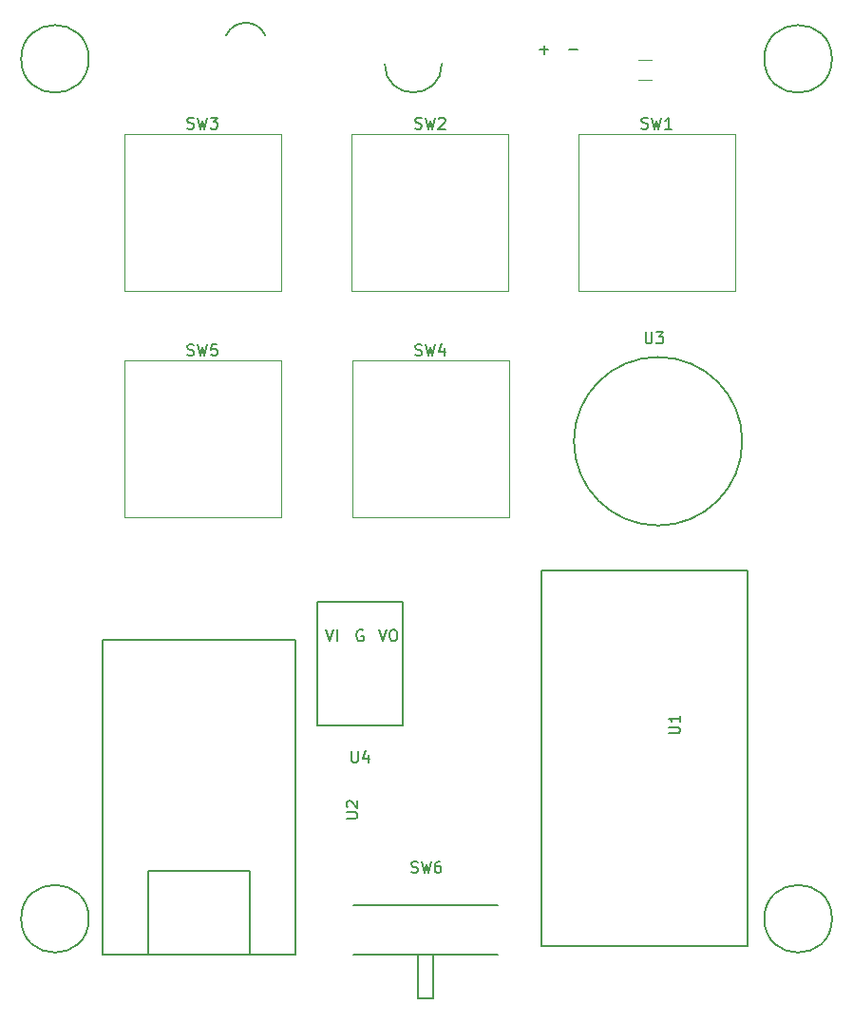
<source format=gbr>
G04 #@! TF.GenerationSoftware,KiCad,Pcbnew,5.0.2+dfsg1-1~bpo9+1*
G04 #@! TF.CreationDate,2019-11-16T16:08:00+00:00*
G04 #@! TF.ProjectId,remote_cherry,72656d6f-7465-45f6-9368-657272792e6b,rev?*
G04 #@! TF.SameCoordinates,Original*
G04 #@! TF.FileFunction,Legend,Top*
G04 #@! TF.FilePolarity,Positive*
%FSLAX46Y46*%
G04 Gerber Fmt 4.6, Leading zero omitted, Abs format (unit mm)*
G04 Created by KiCad (PCBNEW 5.0.2+dfsg1-1~bpo9+1) date Sat 16 Nov 2019 16:08:00 GMT*
%MOMM*%
%LPD*%
G01*
G04 APERTURE LIST*
%ADD10C,0.120000*%
%ADD11C,0.150000*%
G04 APERTURE END LIST*
D10*
G04 #@! TO.C,SW1*
X153581100Y-45580300D02*
X167551100Y-45580300D01*
X167551100Y-45580300D02*
X167551100Y-59550300D01*
X167551100Y-59550300D02*
X153581100Y-59550300D01*
X153581100Y-59550300D02*
X153581100Y-45580300D01*
G04 #@! TO.C,R1*
X158932336Y-38993400D02*
X160136464Y-38993400D01*
X158932336Y-40813400D02*
X160136464Y-40813400D01*
G04 #@! TO.C,SW2*
X133400800Y-45580300D02*
X147370800Y-45580300D01*
X147370800Y-45580300D02*
X147370800Y-59550300D01*
X147370800Y-59550300D02*
X133400800Y-59550300D01*
X133400800Y-59550300D02*
X133400800Y-45580300D01*
G04 #@! TO.C,SW3*
X113106200Y-59550300D02*
X113106200Y-45580300D01*
X127076200Y-59550300D02*
X113106200Y-59550300D01*
X127076200Y-45580300D02*
X127076200Y-59550300D01*
X113106200Y-45580300D02*
X127076200Y-45580300D01*
G04 #@! TO.C,SW4*
X133426200Y-65760600D02*
X147396200Y-65760600D01*
X147396200Y-65760600D02*
X147396200Y-79730600D01*
X147396200Y-79730600D02*
X133426200Y-79730600D01*
X133426200Y-79730600D02*
X133426200Y-65760600D01*
G04 #@! TO.C,SW5*
X113106200Y-65760600D02*
X127076200Y-65760600D01*
X127076200Y-65760600D02*
X127076200Y-79730600D01*
X127076200Y-79730600D02*
X113106200Y-79730600D01*
X113106200Y-79730600D02*
X113106200Y-65760600D01*
D11*
G04 #@! TO.C,U2*
X111201200Y-118694200D02*
X128397000Y-118694200D01*
X128397000Y-118694200D02*
X128397000Y-90690700D01*
X111201200Y-118694200D02*
X111201200Y-90690700D01*
X111201200Y-90690700D02*
X128397000Y-90690700D01*
X115290600Y-118694200D02*
X115290600Y-111188500D01*
X115290600Y-111188500D02*
X124307600Y-111188500D01*
X124307600Y-111188500D02*
X124307600Y-118694200D01*
G04 #@! TO.C,U1*
X150274020Y-117947440D02*
X150274020Y-84444840D01*
X168683940Y-117947440D02*
X168683940Y-84444840D01*
X150268940Y-84444840D02*
X168683940Y-84444840D01*
X150274020Y-117947440D02*
X168689020Y-117947440D01*
G04 #@! TO.C,Q1*
X141432280Y-39354760D02*
G75*
G02X136342120Y-39354760I-2545080J0D01*
G01*
G04 #@! TO.C,U3*
X168208960Y-72961500D02*
G75*
G03X168208960Y-72961500I-7503160J0D01*
G01*
G04 #@! TO.C,U4*
X137965180Y-87299800D02*
X137965180Y-98303080D01*
X137960100Y-87299800D02*
X130340100Y-87299800D01*
X130335020Y-87294720D02*
X130335020Y-98298000D01*
X137970260Y-98303080D02*
X130350260Y-98303080D01*
G04 #@! TO.C,U6*
X122202270Y-36826334D02*
G75*
G02X125689359Y-36799521I1749730J-791066D01*
G01*
G04 #@! TO.C,U7*
X176201969Y-38912800D02*
G75*
G03X176201969Y-38912800I-3012069J0D01*
G01*
G04 #@! TO.C,U8*
X109958769Y-38912800D02*
G75*
G03X109958769Y-38912800I-3012069J0D01*
G01*
G04 #@! TO.C,U9*
X176201969Y-115481100D02*
G75*
G03X176201969Y-115481100I-3012069J0D01*
G01*
G04 #@! TO.C,U10*
X109958769Y-115481100D02*
G75*
G03X109958769Y-115481100I-3012069J0D01*
G01*
G04 #@! TO.C,SW6*
X133565900Y-114292380D02*
X146372580Y-114297460D01*
X146372580Y-114297460D02*
X146372580Y-114292380D01*
X133565900Y-118696740D02*
X146372580Y-118701820D01*
X139280900Y-118706900D02*
X139280900Y-122608340D01*
X139280900Y-122608340D02*
X140642340Y-122608340D01*
X140642340Y-122608340D02*
X140642340Y-118706900D01*
G04 #@! TO.C,SW1*
X159232766Y-45096061D02*
X159375623Y-45143680D01*
X159613719Y-45143680D01*
X159708957Y-45096061D01*
X159756576Y-45048442D01*
X159804195Y-44953204D01*
X159804195Y-44857966D01*
X159756576Y-44762728D01*
X159708957Y-44715109D01*
X159613719Y-44667490D01*
X159423242Y-44619871D01*
X159328004Y-44572252D01*
X159280385Y-44524633D01*
X159232766Y-44429395D01*
X159232766Y-44334157D01*
X159280385Y-44238919D01*
X159328004Y-44191300D01*
X159423242Y-44143680D01*
X159661338Y-44143680D01*
X159804195Y-44191300D01*
X160137528Y-44143680D02*
X160375623Y-45143680D01*
X160566100Y-44429395D01*
X160756576Y-45143680D01*
X160994671Y-44143680D01*
X161899433Y-45143680D02*
X161328004Y-45143680D01*
X161613719Y-45143680D02*
X161613719Y-44143680D01*
X161518480Y-44286538D01*
X161423242Y-44381776D01*
X161328004Y-44429395D01*
G04 #@! TO.C,SW2*
X139052466Y-45096061D02*
X139195323Y-45143680D01*
X139433419Y-45143680D01*
X139528657Y-45096061D01*
X139576276Y-45048442D01*
X139623895Y-44953204D01*
X139623895Y-44857966D01*
X139576276Y-44762728D01*
X139528657Y-44715109D01*
X139433419Y-44667490D01*
X139242942Y-44619871D01*
X139147704Y-44572252D01*
X139100085Y-44524633D01*
X139052466Y-44429395D01*
X139052466Y-44334157D01*
X139100085Y-44238919D01*
X139147704Y-44191300D01*
X139242942Y-44143680D01*
X139481038Y-44143680D01*
X139623895Y-44191300D01*
X139957228Y-44143680D02*
X140195323Y-45143680D01*
X140385800Y-44429395D01*
X140576276Y-45143680D01*
X140814371Y-44143680D01*
X141147704Y-44238919D02*
X141195323Y-44191300D01*
X141290561Y-44143680D01*
X141528657Y-44143680D01*
X141623895Y-44191300D01*
X141671514Y-44238919D01*
X141719133Y-44334157D01*
X141719133Y-44429395D01*
X141671514Y-44572252D01*
X141100085Y-45143680D01*
X141719133Y-45143680D01*
G04 #@! TO.C,SW3*
X118757866Y-45096061D02*
X118900723Y-45143680D01*
X119138819Y-45143680D01*
X119234057Y-45096061D01*
X119281676Y-45048442D01*
X119329295Y-44953204D01*
X119329295Y-44857966D01*
X119281676Y-44762728D01*
X119234057Y-44715109D01*
X119138819Y-44667490D01*
X118948342Y-44619871D01*
X118853104Y-44572252D01*
X118805485Y-44524633D01*
X118757866Y-44429395D01*
X118757866Y-44334157D01*
X118805485Y-44238919D01*
X118853104Y-44191300D01*
X118948342Y-44143680D01*
X119186438Y-44143680D01*
X119329295Y-44191300D01*
X119662628Y-44143680D02*
X119900723Y-45143680D01*
X120091200Y-44429395D01*
X120281676Y-45143680D01*
X120519771Y-44143680D01*
X120805485Y-44143680D02*
X121424533Y-44143680D01*
X121091200Y-44524633D01*
X121234057Y-44524633D01*
X121329295Y-44572252D01*
X121376914Y-44619871D01*
X121424533Y-44715109D01*
X121424533Y-44953204D01*
X121376914Y-45048442D01*
X121329295Y-45096061D01*
X121234057Y-45143680D01*
X120948342Y-45143680D01*
X120853104Y-45096061D01*
X120805485Y-45048442D01*
G04 #@! TO.C,SW4*
X139077866Y-65276361D02*
X139220723Y-65323980D01*
X139458819Y-65323980D01*
X139554057Y-65276361D01*
X139601676Y-65228742D01*
X139649295Y-65133504D01*
X139649295Y-65038266D01*
X139601676Y-64943028D01*
X139554057Y-64895409D01*
X139458819Y-64847790D01*
X139268342Y-64800171D01*
X139173104Y-64752552D01*
X139125485Y-64704933D01*
X139077866Y-64609695D01*
X139077866Y-64514457D01*
X139125485Y-64419219D01*
X139173104Y-64371600D01*
X139268342Y-64323980D01*
X139506438Y-64323980D01*
X139649295Y-64371600D01*
X139982628Y-64323980D02*
X140220723Y-65323980D01*
X140411200Y-64609695D01*
X140601676Y-65323980D01*
X140839771Y-64323980D01*
X141649295Y-64657314D02*
X141649295Y-65323980D01*
X141411200Y-64276361D02*
X141173104Y-64990647D01*
X141792152Y-64990647D01*
G04 #@! TO.C,SW5*
X118757866Y-65276361D02*
X118900723Y-65323980D01*
X119138819Y-65323980D01*
X119234057Y-65276361D01*
X119281676Y-65228742D01*
X119329295Y-65133504D01*
X119329295Y-65038266D01*
X119281676Y-64943028D01*
X119234057Y-64895409D01*
X119138819Y-64847790D01*
X118948342Y-64800171D01*
X118853104Y-64752552D01*
X118805485Y-64704933D01*
X118757866Y-64609695D01*
X118757866Y-64514457D01*
X118805485Y-64419219D01*
X118853104Y-64371600D01*
X118948342Y-64323980D01*
X119186438Y-64323980D01*
X119329295Y-64371600D01*
X119662628Y-64323980D02*
X119900723Y-65323980D01*
X120091200Y-64609695D01*
X120281676Y-65323980D01*
X120519771Y-64323980D01*
X121376914Y-64323980D02*
X120900723Y-64323980D01*
X120853104Y-64800171D01*
X120900723Y-64752552D01*
X120995961Y-64704933D01*
X121234057Y-64704933D01*
X121329295Y-64752552D01*
X121376914Y-64800171D01*
X121424533Y-64895409D01*
X121424533Y-65133504D01*
X121376914Y-65228742D01*
X121329295Y-65276361D01*
X121234057Y-65323980D01*
X120995961Y-65323980D01*
X120900723Y-65276361D01*
X120853104Y-65228742D01*
G04 #@! TO.C,U2*
X132916680Y-106552904D02*
X133726204Y-106552904D01*
X133821442Y-106505285D01*
X133869061Y-106457666D01*
X133916680Y-106362428D01*
X133916680Y-106171952D01*
X133869061Y-106076714D01*
X133821442Y-106029095D01*
X133726204Y-105981476D01*
X132916680Y-105981476D01*
X133011919Y-105552904D02*
X132964300Y-105505285D01*
X132916680Y-105410047D01*
X132916680Y-105171952D01*
X132964300Y-105076714D01*
X133011919Y-105029095D01*
X133107157Y-104981476D01*
X133202395Y-104981476D01*
X133345252Y-105029095D01*
X133916680Y-105600523D01*
X133916680Y-104981476D01*
G04 #@! TO.C,D1*
X150152147Y-38077448D02*
X150914052Y-38077448D01*
X150533100Y-38458400D02*
X150533100Y-37696496D01*
X152773427Y-38039348D02*
X153535332Y-38039348D01*
G04 #@! TO.C,U1*
X161644080Y-98973544D02*
X162453604Y-98973544D01*
X162548842Y-98925925D01*
X162596461Y-98878306D01*
X162644080Y-98783068D01*
X162644080Y-98592592D01*
X162596461Y-98497354D01*
X162548842Y-98449735D01*
X162453604Y-98402116D01*
X161644080Y-98402116D01*
X162644080Y-97402116D02*
X162644080Y-97973544D01*
X162644080Y-97687830D02*
X161644080Y-97687830D01*
X161786938Y-97783068D01*
X161882176Y-97878306D01*
X161929795Y-97973544D01*
G04 #@! TO.C,U3*
X159588295Y-63244480D02*
X159588295Y-64054004D01*
X159635914Y-64149242D01*
X159683533Y-64196861D01*
X159778771Y-64244480D01*
X159969247Y-64244480D01*
X160064485Y-64196861D01*
X160112104Y-64149242D01*
X160159723Y-64054004D01*
X160159723Y-63244480D01*
X160540676Y-63244480D02*
X161159723Y-63244480D01*
X160826390Y-63625433D01*
X160969247Y-63625433D01*
X161064485Y-63673052D01*
X161112104Y-63720671D01*
X161159723Y-63815909D01*
X161159723Y-64054004D01*
X161112104Y-64149242D01*
X161064485Y-64196861D01*
X160969247Y-64244480D01*
X160683533Y-64244480D01*
X160588295Y-64196861D01*
X160540676Y-64149242D01*
G04 #@! TO.C,U4*
X133388195Y-100554540D02*
X133388195Y-101364064D01*
X133435814Y-101459302D01*
X133483433Y-101506921D01*
X133578671Y-101554540D01*
X133769147Y-101554540D01*
X133864385Y-101506921D01*
X133912004Y-101459302D01*
X133959623Y-101364064D01*
X133959623Y-100554540D01*
X134864385Y-100887874D02*
X134864385Y-101554540D01*
X134626290Y-100506921D02*
X134388195Y-101221207D01*
X135007242Y-101221207D01*
X131089471Y-89744300D02*
X131422804Y-90744300D01*
X131756138Y-89744300D01*
X132089471Y-90744300D02*
X132089471Y-89744300D01*
X135832957Y-89744300D02*
X136166290Y-90744300D01*
X136499623Y-89744300D01*
X137023433Y-89744300D02*
X137213909Y-89744300D01*
X137309147Y-89791920D01*
X137404385Y-89887158D01*
X137452004Y-90077634D01*
X137452004Y-90410967D01*
X137404385Y-90601443D01*
X137309147Y-90696681D01*
X137213909Y-90744300D01*
X137023433Y-90744300D01*
X136928195Y-90696681D01*
X136832957Y-90601443D01*
X136785338Y-90410967D01*
X136785338Y-90077634D01*
X136832957Y-89887158D01*
X136928195Y-89791920D01*
X137023433Y-89744300D01*
X134386604Y-89791920D02*
X134291366Y-89744300D01*
X134148509Y-89744300D01*
X134005652Y-89791920D01*
X133910414Y-89887158D01*
X133862795Y-89982396D01*
X133815176Y-90172872D01*
X133815176Y-90315729D01*
X133862795Y-90506205D01*
X133910414Y-90601443D01*
X134005652Y-90696681D01*
X134148509Y-90744300D01*
X134243747Y-90744300D01*
X134386604Y-90696681D01*
X134434223Y-90649062D01*
X134434223Y-90315729D01*
X134243747Y-90315729D01*
G04 #@! TO.C,SW6*
X138709566Y-111334181D02*
X138852423Y-111381800D01*
X139090519Y-111381800D01*
X139185757Y-111334181D01*
X139233376Y-111286562D01*
X139280995Y-111191324D01*
X139280995Y-111096086D01*
X139233376Y-111000848D01*
X139185757Y-110953229D01*
X139090519Y-110905610D01*
X138900042Y-110857991D01*
X138804804Y-110810372D01*
X138757185Y-110762753D01*
X138709566Y-110667515D01*
X138709566Y-110572277D01*
X138757185Y-110477039D01*
X138804804Y-110429420D01*
X138900042Y-110381800D01*
X139138138Y-110381800D01*
X139280995Y-110429420D01*
X139614328Y-110381800D02*
X139852423Y-111381800D01*
X140042900Y-110667515D01*
X140233376Y-111381800D01*
X140471471Y-110381800D01*
X141280995Y-110381800D02*
X141090519Y-110381800D01*
X140995280Y-110429420D01*
X140947661Y-110477039D01*
X140852423Y-110619896D01*
X140804804Y-110810372D01*
X140804804Y-111191324D01*
X140852423Y-111286562D01*
X140900042Y-111334181D01*
X140995280Y-111381800D01*
X141185757Y-111381800D01*
X141280995Y-111334181D01*
X141328614Y-111286562D01*
X141376233Y-111191324D01*
X141376233Y-110953229D01*
X141328614Y-110857991D01*
X141280995Y-110810372D01*
X141185757Y-110762753D01*
X140995280Y-110762753D01*
X140900042Y-110810372D01*
X140852423Y-110857991D01*
X140804804Y-110953229D01*
G04 #@! TD*
M02*

</source>
